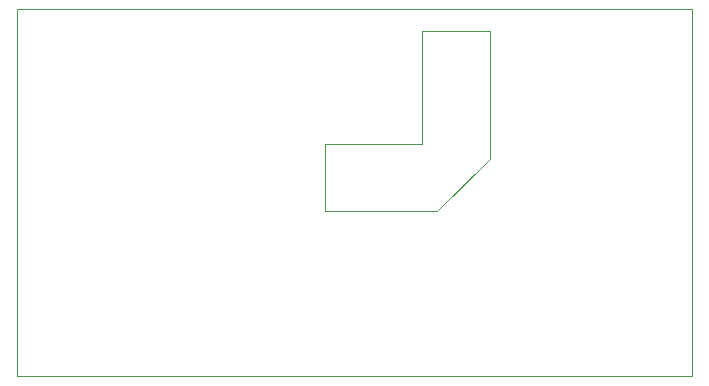
<source format=gbr>
%TF.GenerationSoftware,KiCad,Pcbnew,5.1.7-a382d34a8~88~ubuntu18.04.1*%
%TF.CreationDate,2021-02-25T09:43:27-05:00*%
%TF.ProjectId,TSAL,5453414c-2e6b-4696-9361-645f70636258,rev?*%
%TF.SameCoordinates,Original*%
%TF.FileFunction,Profile,NP*%
%FSLAX46Y46*%
G04 Gerber Fmt 4.6, Leading zero omitted, Abs format (unit mm)*
G04 Created by KiCad (PCBNEW 5.1.7-a382d34a8~88~ubuntu18.04.1) date 2021-02-25 09:43:27*
%MOMM*%
%LPD*%
G01*
G04 APERTURE LIST*
%TA.AperFunction,Profile*%
%ADD10C,0.050000*%
%TD*%
G04 APERTURE END LIST*
D10*
X183515000Y-98425000D02*
X183515000Y-97790000D01*
X126365000Y-98425000D02*
X183515000Y-98425000D01*
X161925000Y-84455000D02*
X160655000Y-84455000D01*
X166370000Y-80010000D02*
X161925000Y-84455000D01*
X166370000Y-69215000D02*
X160655000Y-69215000D01*
X166370000Y-80010000D02*
X166370000Y-69215000D01*
X152400000Y-84455000D02*
X160655000Y-84455000D01*
X152400000Y-78740000D02*
X152400000Y-84455000D01*
X160655000Y-78740000D02*
X152400000Y-78740000D01*
X160655000Y-69215000D02*
X160655000Y-78740000D01*
X126365000Y-67310000D02*
X127000000Y-67310000D01*
X126365000Y-98425000D02*
X126365000Y-67310000D01*
X183515000Y-67310000D02*
X183515000Y-97790000D01*
X160655000Y-67310000D02*
X183515000Y-67310000D01*
X127000000Y-67310000D02*
X160655000Y-67310000D01*
M02*

</source>
